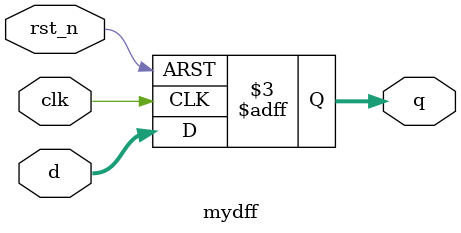
<source format=sv>
module mydff 
    #(
    parameter DFFBITS=64
    ) (
    output logic [DFFBITS-1:0] q, 
    input logic [DFFBITS-1:0] d, 
    input wire clk,
    input wire rst_n);

    always_ff @(posedge clk, negedge rst_n) begin
        if (!rst_n) q <= 0;
        else q <= d;
    end

endmodule
// DUMMY LINE FOR REV CONTROL :0:

</source>
